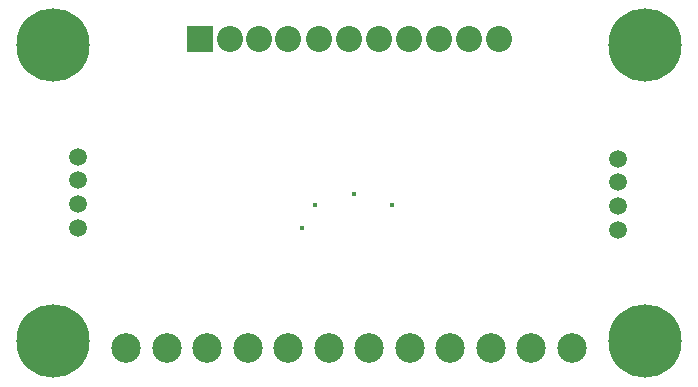
<source format=gbs>
G04 Layer_Color=16711935*
%FSLAX25Y25*%
%MOIN*%
G70*
G01*
G75*
%ADD34C,0.09855*%
%ADD35C,0.03162*%
%ADD36C,0.24422*%
%ADD37C,0.05918*%
%ADD38C,0.08674*%
%ADD39R,0.08674X0.08674*%
%ADD40C,0.01575*%
D34*
X192500Y17500D02*
D03*
X179000D02*
D03*
X165500D02*
D03*
X152000D02*
D03*
X138500D02*
D03*
X125000D02*
D03*
X111500D02*
D03*
X98000D02*
D03*
X84500D02*
D03*
X71000D02*
D03*
X57500D02*
D03*
X44000D02*
D03*
D35*
X12975Y111862D02*
D03*
X10490Y118380D02*
D03*
X13127Y124771D02*
D03*
X19671Y127460D02*
D03*
X26112Y124923D02*
D03*
X28824Y118281D02*
D03*
X26112Y111913D02*
D03*
X19673Y109180D02*
D03*
X216803D02*
D03*
X223242Y111913D02*
D03*
X225954Y118281D02*
D03*
X223242Y124923D02*
D03*
X216800Y127460D02*
D03*
X210257Y124771D02*
D03*
X207620Y118380D02*
D03*
X210105Y111862D02*
D03*
X216803Y10551D02*
D03*
X223242Y13283D02*
D03*
X225954Y19651D02*
D03*
X223242Y26294D02*
D03*
X216800Y28830D02*
D03*
X210257Y26141D02*
D03*
X207620Y19750D02*
D03*
X210105Y13232D02*
D03*
X19673Y10551D02*
D03*
X26112Y13283D02*
D03*
X28824Y19651D02*
D03*
X26112Y26294D02*
D03*
X19671Y28830D02*
D03*
X13127Y26141D02*
D03*
X10490Y19750D02*
D03*
X12975Y13232D02*
D03*
D36*
X19685Y118315D02*
D03*
X216815D02*
D03*
Y19685D02*
D03*
X19685D02*
D03*
D37*
X28009Y81113D02*
D03*
Y73239D02*
D03*
Y57491D02*
D03*
Y65365D02*
D03*
X207991Y56887D02*
D03*
Y64761D02*
D03*
Y80509D02*
D03*
Y72635D02*
D03*
D38*
X158205Y120472D02*
D03*
X148205D02*
D03*
X138205D02*
D03*
X128205D02*
D03*
X78520D02*
D03*
X88205D02*
D03*
X98048D02*
D03*
X108205D02*
D03*
X118205D02*
D03*
X168205D02*
D03*
D39*
X68520D02*
D03*
D40*
X106964Y64964D02*
D03*
X120000Y68760D02*
D03*
X102444Y57444D02*
D03*
X132464Y64964D02*
D03*
M02*

</source>
